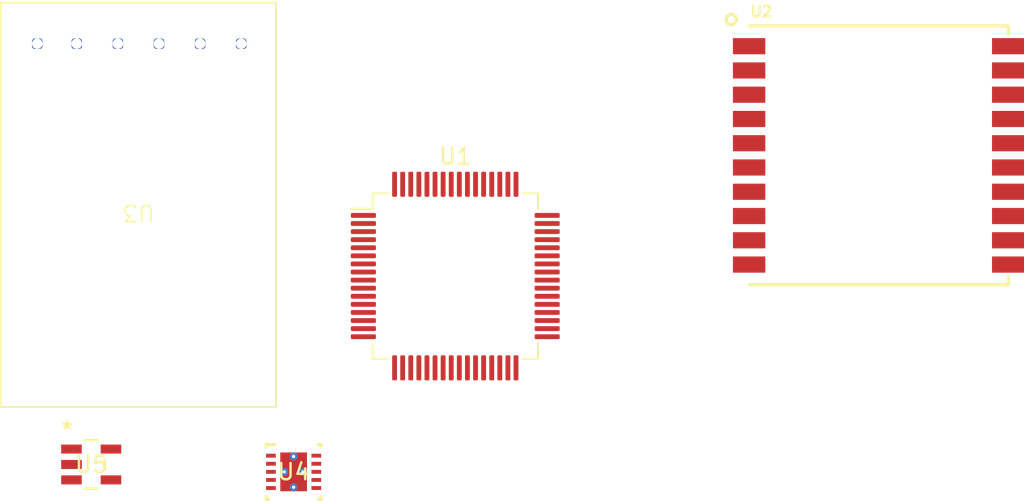
<source format=kicad_pcb>
(kicad_pcb (version 20221018) (generator pcbnew)
  (layers (0 "F.Cu" signal) (31 "B.Cu" signal) (34 "B.Paste" user) (35 "F.Paste" user) (36 "B.SilkS" user "B.Silkscreen") (37 "F.SilkS" user "F.Silkscreen") (38 "B.Mask" user) (39 "F.Mask" user) (44 "Edge.Cuts" user))
  (net 0 "")
  (net 1 "Net-(U1-VBAT)")
  (net 12 "Net-(U1-VSSA)")
  (net 13 "Net-(U1-VDDA)")
  (net 14 "Net-(U1-PA0)")
  (net 15 "Net-(U1-PA1)")
  (net 18 "PAD")
  (net 19 "Net-(U1-PA4)")
  (net 48 "Net-(U1-PC12)")
  (net 49 "Net-(U1-PD2)")
  (net 71 "Net-(U4-L2@2)")
  (net 72 "Net-(U4-L1@4)")
  (net 73 "Net-(J2-Pin_2)")
  (net 74 "Net-(D3-A)")
  (net 75 "Net-(U5-FB@4)")
  (net 76 "Net-(U5-EN@2)")
  (footprint "STM32 Chip:LQFP-64_10x10mm_P0.5mm" (layer "F.Cu") (at 113.55 79.335)
    (fp_text reference "U1" (at 0 -7.4) (layer "F.SilkS"))
    (fp_text value "STM32L476RGTx")
    (fp_line (start -5.11 -5.11) (end -5.11 -4.16) (stroke (width 0.12)) (layer "F.SilkS"))
    (fp_line (start -5.11 -4.16) (end -6.45 -4.16) (stroke (width 0.12)) (layer "F.SilkS"))
    (fp_line (start -5.11 5.11) (end -5.11 4.16) (stroke (width 0.12)) (layer "F.SilkS"))
    (fp_line (start -4.16 -5.11) (end -5.11 -5.11) (stroke (width 0.12)) (layer "F.SilkS"))
    (fp_line (start -4.16 5.11) (end -5.11 5.11) (stroke (width 0.12)) (layer "F.SilkS"))
    (fp_line (start 4.16 -5.11) (end 5.11 -5.11) (stroke (width 0.12)) (layer "F.SilkS"))
    (fp_line (start 4.16 5.11) (end 5.11 5.11) (stroke (width 0.12)) (layer "F.SilkS"))
    (fp_line (start 5.11 -5.11) (end 5.11 -4.16) (stroke (width 0.12)) (layer "F.SilkS"))
    (fp_line (start 5.11 5.11) (end 5.11 4.16) (stroke (width 0.12)) (layer "F.SilkS"))
    (pad "1" smd roundrect (at -5.675 -3.75) (size 1.55 0.3) (layers "F.Cu" "F.Paste" "F.Mask") (net 1 "Net-(U1-VBAT)"))
    (pad "2" smd roundrect (at -5.675 -3.25) (size 1.55 0.3) (layers "F.Cu" "F.Paste" "F.Mask"))
    (pad "3" smd roundrect (at -5.675 -2.75) (size 1.55 0.3) (layers "F.Cu" "F.Paste" "F.Mask"))
    (pad "4" smd roundrect (at -5.675 -2.25) (size 1.55 0.3) (layers "F.Cu" "F.Paste" "F.Mask"))
    (pad "5" smd roundrect (at -5.675 -1.75) (size 1.55 0.3) (layers "F.Cu" "F.Paste" "F.Mask"))
    (pad "6" smd roundrect (at -5.675 -1.25) (size 1.55 0.3) (layers "F.Cu" "F.Paste" "F.Mask"))
    (pad "7" smd roundrect (at -5.675 -0.75) (size 1.55 0.3) (layers "F.Cu" "F.Paste" "F.Mask"))
    (pad "8" smd roundrect (at -5.675 -0.25) (size 1.55 0.3) (layers "F.Cu" "F.Paste" "F.Mask"))
    (pad "9" smd roundrect (at -5.675 0.25) (size 1.55 0.3) (layers "F.Cu" "F.Paste" "F.Mask"))
    (pad "10" smd roundrect (at -5.675 0.75) (size 1.55 0.3) (layers "F.Cu" "F.Paste" "F.Mask"))
    (pad "11" smd roundrect (at -5.675 1.25) (size 1.55 0.3) (layers "F.Cu" "F.Paste" "F.Mask"))
    (pad "12" smd roundrect (at -5.675 1.75) (size 1.55 0.3) (layers "F.Cu" "F.Paste" "F.Mask") (net 12 "Net-(U1-VSSA)"))
    (pad "13" smd roundrect (at -5.675 2.25) (size 1.55 0.3) (layers "F.Cu" "F.Paste" "F.Mask") (net 13 "Net-(U1-VDDA)"))
    (pad "14" smd roundrect (at -5.675 2.75) (size 1.55 0.3) (layers "F.Cu" "F.Paste" "F.Mask") (net 14 "Net-(U1-PA0)"))
    (pad "15" smd roundrect (at -5.675 3.25) (size 1.55 0.3) (layers "F.Cu" "F.Paste" "F.Mask") (net 15 "Net-(U1-PA1)"))
    (pad "16" smd roundrect (at -5.675 3.75) (size 1.55 0.3) (layers "F.Cu" "F.Paste" "F.Mask"))
    (pad "17" smd roundrect (at -3.75 5.675) (size 0.3 1.55) (layers "F.Cu" "F.Paste" "F.Mask"))
    (pad "18" smd roundrect (at -3.25 5.675) (size 0.3 1.55) (layers "F.Cu" "F.Paste" "F.Mask") (net 18 "PAD"))
    (pad "19" smd roundrect (at -2.75 5.675) (size 0.3 1.55) (layers "F.Cu" "F.Paste" "F.Mask") (net 1 "Net-(U1-VBAT)"))
    (pad "20" smd roundrect (at -2.25 5.675) (size 0.3 1.55) (layers "F.Cu" "F.Paste" "F.Mask") (net 19 "Net-(U1-PA4)"))
    (pad "21" smd roundrect (at -1.75 5.675) (size 0.3 1.55) (layers "F.Cu" "F.Paste" "F.Mask"))
    (pad "22" smd roundrect (at -1.25 5.675) (size 0.3 1.55) (layers "F.Cu" "F.Paste" "F.Mask"))
    (pad "23" smd roundrect (at -0.75 5.675) (size 0.3 1.55) (layers "F.Cu" "F.Paste" "F.Mask"))
    (pad "24" smd roundrect (at -0.25 5.675) (size 0.3 1.55) (layers "F.Cu" "F.Paste" "F.Mask"))
    (pad "25" smd roundrect (at 0.25 5.675) (size 0.3 1.55) (layers "F.Cu" "F.Paste" "F.Mask"))
    (pad "26" smd roundrect (at 0.75 5.675) (size 0.3 1.55) (layers "F.Cu" "F.Paste" "F.Mask"))
    (pad "27" smd roundrect (at 1.25 5.675) (size 0.3 1.55) (layers "F.Cu" "F.Paste" "F.Mask"))
    (pad "28" smd roundrect (at 1.75 5.675) (size 0.3 1.55) (layers "F.Cu" "F.Paste" "F.Mask"))
    (pad "29" smd roundrect (at 2.25 5.675) (size 0.3 1.55) (layers "F.Cu" "F.Paste" "F.Mask"))
    (pad "30" smd roundrect (at 2.75 5.675) (size 0.3 1.55) (layers "F.Cu" "F.Paste" "F.Mask"))
    (pad "31" smd roundrect (at 3.25 5.675) (size 0.3 1.55) (layers "F.Cu" "F.Paste" "F.Mask") (net 18 "PAD"))
    (pad "32" smd roundrect (at 3.75 5.675) (size 0.3 1.55) (layers "F.Cu" "F.Paste" "F.Mask") (net 1 "Net-(U1-VBAT)"))
    (pad "33" smd roundrect (at 5.675 3.75) (size 1.55 0.3) (layers "F.Cu" "F.Paste" "F.Mask"))
    (pad "34" smd roundrect (at 5.675 3.25) (size 1.55 0.3) (layers "F.Cu" "F.Paste" "F.Mask"))
    (pad "35" smd roundrect (at 5.675 2.75) (size 1.55 0.3) (layers "F.Cu" "F.Paste" "F.Mask"))
    (pad "36" smd roundrect (at 5.675 2.25) (size 1.55 0.3) (layers "F.Cu" "F.Paste" "F.Mask"))
    (pad "37" smd roundrect (at 5.675 1.75) (size 1.55 0.3) (layers "F.Cu" "F.Paste" "F.Mask"))
    (pad "38" smd roundrect (at 5.675 1.25) (size 1.55 0.3) (layers "F.Cu" "F.Paste" "F.Mask"))
    (pad "39" smd roundrect (at 5.675 0.75) (size 1.55 0.3) (layers "F.Cu" "F.Paste" "F.Mask"))
    (pad "40" smd roundrect (at 5.675 0.25) (size 1.55 0.3) (layers "F.Cu" "F.Paste" "F.Mask"))
    (pad "41" smd roundrect (at 5.675 -0.25) (size 1.55 0.3) (layers "F.Cu" "F.Paste" "F.Mask"))
    (pad "42" smd roundrect (at 5.675 -0.75) (size 1.55 0.3) (layers "F.Cu" "F.Paste" "F.Mask"))
    (pad "43" smd roundrect (at 5.675 -1.25) (size 1.55 0.3) (layers "F.Cu" "F.Paste" "F.Mask"))
    (pad "44" smd roundrect (at 5.675 -1.75) (size 1.55 0.3) (layers "F.Cu" "F.Paste" "F.Mask"))
    (pad "45" smd roundrect (at 5.675 -2.25) (size 1.55 0.3) (layers "F.Cu" "F.Paste" "F.Mask"))
    (pad "46" smd roundrect (at 5.675 -2.75) (size 1.55 0.3) (layers "F.Cu" "F.Paste" "F.Mask"))
    (pad "47" smd roundrect (at 5.675 -3.25) (size 1.55 0.3) (layers "F.Cu" "F.Paste" "F.Mask") (net 18 "PAD"))
    (pad "48" smd roundrect (at 5.675 -3.75) (size 1.55 0.3) (layers "F.Cu" "F.Paste" "F.Mask") (net 1 "Net-(U1-VBAT)"))
    (pad "49" smd roundrect (at 3.75 -5.675) (size 0.3 1.55) (layers "F.Cu" "F.Paste" "F.Mask"))
    (pad "50" smd roundrect (at 3.25 -5.675) (size 0.3 1.55) (layers "F.Cu" "F.Paste" "F.Mask"))
    (pad "51" smd roundrect (at 2.75 -5.675) (size 0.3 1.55) (layers "F.Cu" "F.Paste" "F.Mask"))
    (pad "52" smd roundrect (at 2.25 -5.675) (size 0.3 1.55) (layers "F.Cu" "F.Paste" "F.Mask"))
    (pad "53" smd roundrect (at 1.75 -5.675) (size 0.3 1.55) (layers "F.Cu" "F.Paste" "F.Mask") (net 48 "Net-(U1-PC12)"))
    (pad "54" smd roundrect (at 1.25 -5.675) (size 0.3 1.55) (layers "F.Cu" "F.Paste" "F.Mask") (net 49 "Net-(U1-PD2)"))
    (pad "55" smd roundrect (at 0.75 -5.675) (size 0.3 1.55) (layers "F.Cu" "F.Paste" "F.Mask"))
    (pad "56" smd roundrect (at 0.25 -5.675) (size 0.3 1.55) (layers "F.Cu" "F.Paste" "F.Mask"))
    (pad "57" smd roundrect (at -0.25 -5.675) (size 0.3 1.55) (layers "F.Cu" "F.Paste" "F.Mask"))
    (pad "58" smd roundrect (at -0.75 -5.675) (size 0.3 1.55) (layers "F.Cu" "F.Paste" "F.Mask"))
    (pad "59" smd roundrect (at -1.25 -5.675) (size 0.3 1.55) (layers "F.Cu" "F.Paste" "F.Mask"))
    (pad "60" smd roundrect (at -1.75 -5.675) (size 0.3 1.55) (layers "F.Cu" "F.Paste" "F.Mask"))
    (pad "61" smd roundrect (at -2.25 -5.675) (size 0.3 1.55) (layers "F.Cu" "F.Paste" "F.Mask"))
    (pad "62" smd roundrect (at -2.75 -5.675) (size 0.3 1.55) (layers "F.Cu" "F.Paste" "F.Mask"))
    (pad "63" smd roundrect (at -3.25 -5.675) (size 0.3 1.55) (layers "F.Cu" "F.Paste" "F.Mask") (net 18 "PAD"))
    (pad "64" smd roundrect (at -3.75 -5.675) (size 0.3 1.55) (layers "F.Cu" "F.Paste" "F.Mask") (net 1 "Net-(U1-VBAT)"))
  )
  (footprint "Boost Converter Chip:MF05A" (layer "F.Cu") (at 91.0644 90.9838)
    (fp_text reference "U5" (at 0 0 unlocked) (layer "F.SilkS"))
    (fp_text value "LM2735X")
    (fp_text user "*" (at -1.4732 -2.1209 unlocked) (layer "F.SilkS"))
    (fp_text user "*" (at -1.4732 -2.1209) (layer "F.SilkS"))
    (fp_line (start -0.385235 1.4986) (end 0.385235 1.4986) (stroke (width 0.1524)) (layer "F.SilkS"))
    (fp_line (start 0.385235 -1.4986) (end -0.385235 -1.4986) (stroke (width 0.1524)) (layer "F.SilkS"))
    (fp_line (start 0.8382 0.34036) (end 0.8382 -0.34036) (stroke (width 0.1524)) (layer "F.SilkS"))
    (pad "1" smd rect (at -1.2192 -0.9525) (size 1.27 0.5588) (layers "F.Cu" "F.Paste" "F.Mask") (net 74 "Net-(D3-A)"))
    (pad "2" smd rect (at -1.2192 0) (size 1.27 0.5588) (layers "F.Cu" "F.Paste" "F.Mask") (net 18 "PAD"))
    (pad "3" smd rect (at -1.2192 0.9525) (size 1.27 0.5588) (layers "F.Cu" "F.Paste" "F.Mask") (net 75 "Net-(U5-FB@4)"))
    (pad "4" smd rect (at 1.2192 0.9525) (size 1.27 0.5588) (layers "F.Cu" "F.Paste" "F.Mask") (net 76 "Net-(U5-EN@2)"))
    (pad "5" smd rect (at 1.2192 -0.9525) (size 1.27 0.5588) (layers "F.Cu" "F.Paste" "F.Mask") (net 73 "Net-(J2-Pin_2)"))
  )
  (footprint "GPS Module:FGPMMOPA6H" (layer "F.Cu") (at 139.7 71.8728)
    (fp_text reference "U2" (at -8 -8.5) (layer "F.SilkS") (effects (font (size 0.666496 0.666496) (thickness 0.146304)) (justify left bottom)))
    (fp_text value "FGPMMOPA6H")
    (fp_line (start -8 -8) (end 8 -8) (stroke (width 0.2032)) (layer "F.SilkS"))
    (fp_line (start 8 -8) (end 8 -7.5) (stroke (width 0.2032)) (layer "F.SilkS"))
    (fp_line (start 8 7.5) (end 8 8) (stroke (width 0.2032)) (layer "F.SilkS"))
    (fp_line (start 8 8) (end -8 8) (stroke (width 0.2032)) (layer "F.SilkS"))
    (fp_circle (center -9.1 -8.4) (end -8.7838 -8.4) (stroke (width 0.2032)) (fill none) (layer "F.SilkS"))
    (pad "" np_thru_hole circle (at 0.2 -0.8) (size 3 3) (drill 3) (layers "*.Cu" "*.Mask"))
    (pad "P$1" smd rect (at -8 -6.75) (size 2 1) (layers "F.Cu" "F.Paste" "F.Mask") (net 1 "Net-(U1-VBAT)"))
    (pad "P$2" smd rect (at -8 -5.25) (size 2 1) (layers "F.Cu" "F.Paste" "F.Mask"))
    (pad "P$3" smd rect (at -8 -3.75) (size 2 1) (layers "F.Cu" "F.Paste" "F.Mask") (net 18 "PAD"))
    (pad "P$4" smd rect (at -8 -2.25) (size 2 1) (layers "F.Cu" "F.Paste" "F.Mask") (net 1 "Net-(U1-VBAT)"))
    (pad "P$5" smd rect (at -8 -0.75) (size 2 1) (layers "F.Cu" "F.Paste" "F.Mask"))
    (pad "P$6" smd rect (at -8 0.75) (size 2 1) (layers "F.Cu" "F.Paste" "F.Mask"))
    (pad "P$7" smd rect (at -8 2.25) (size 2 1) (layers "F.Cu" "F.Paste" "F.Mask"))
    (pad "P$8" smd rect (at -8 3.75) (size 2 1) (layers "F.Cu" "F.Paste" "F.Mask") (net 18 "PAD"))
    (pad "P$9" smd rect (at -8 5.25) (size 2 1) (layers "F.Cu" "F.Paste" "F.Mask") (net 15 "Net-(U1-PA1)"))
    (pad "P$10" smd rect (at -8 6.75) (size 2 1) (layers "F.Cu" "F.Paste" "F.Mask") (net 14 "Net-(U1-PA0)"))
    (pad "P$11" smd rect (at 8 6.75 180) (size 2 1) (layers "F.Cu" "F.Paste" "F.Mask"))
    (pad "P$12" smd rect (at 8 5.25 180) (size 2 1) (layers "F.Cu" "F.Paste" "F.Mask") (net 18 "PAD"))
    (pad "P$13" smd rect (at 8 3.75 180) (size 2 1) (layers "F.Cu" "F.Paste" "F.Mask"))
    (pad "P$14" smd rect (at 8 2.25 180) (size 2 1) (layers "F.Cu" "F.Paste" "F.Mask"))
    (pad "P$15" smd rect (at 8 0.75 180) (size 2 1) (layers "F.Cu" "F.Paste" "F.Mask"))
    (pad "P$16" smd rect (at 8 -0.75 180) (size 2 1) (layers "F.Cu" "F.Paste" "F.Mask"))
    (pad "P$17" smd rect (at 8 -2.25 180) (size 2 1) (layers "F.Cu" "F.Paste" "F.Mask"))
    (pad "P$18" smd rect (at 8 -3.75 180) (size 2 1) (layers "F.Cu" "F.Paste" "F.Mask"))
    (pad "P$19" smd rect (at 8 -5.25 180) (size 2 1) (layers "F.Cu" "F.Paste" "F.Mask") (net 18 "PAD"))
    (pad "P$20" smd rect (at 8 -6.75 180) (size 2 1) (layers "F.Cu" "F.Paste" "F.Mask"))
  )
  (footprint "LoRa Chip:LoRa Chip" (layer "F.Cu") (at 93.98 74.93 180)
    (fp_text reference "U3" (at 0 -0.5 180 unlocked) (layer "F.SilkS") (effects (font (thickness 0.1))))
    (fp_text value "~")
    (fp_rect (start -8.5 -12.5) (end 8.5 12.5) (stroke (width 0.1)) (fill none) (layer "F.SilkS"))
    (pad "1" thru_hole roundrect (at -6.35 9.96 180) (size 0.64 0.64) (drill 0.64) (layers "*.Cu" "*.Mask") (net 1 "Net-(U1-VBAT)"))
    (pad "2" thru_hole roundrect (at -3.81 9.96 180) (size 0.64 0.64) (drill 0.64) (layers "*.Cu" "*.Mask") (net 1 "Net-(U1-VBAT)"))
    (pad "3" thru_hole roundrect (at -1.27 9.96 180) (size 0.64 0.64) (drill 0.64) (layers "*.Cu" "*.Mask") (net 48 "Net-(U1-PC12)"))
    (pad "4" thru_hole roundrect (at 1.27 9.96 180) (size 0.64 0.64) (drill 0.64) (layers "*.Cu" "*.Mask") (net 49 "Net-(U1-PD2)"))
    (pad "5" thru_hole roundrect (at 3.81 9.96 180) (size 0.64 0.64) (drill 0.64) (layers "*.Cu" "*.Mask"))
    (pad "6" thru_hole roundrect (at 6.25 9.96 180) (size 0.64 0.64) (drill 0.64) (layers "*.Cu" "*.Mask") (net 18 "PAD"))
  )
  (footprint "Buck-Boost Converter Chip:DRC0010J" (layer "F.Cu") (at 103.565 91.44)
    (fp_text reference "U4" (at 0 0 unlocked) (layer "F.SilkS"))
    (fp_text value "TPS63001DRC")
    (fp_line (start -1.700002 1.700002) (end -1.700002 1.540002) (stroke (width 0.2)) (layer "F.SilkS"))
    (fp_line (start -1.700002 1.700002) (end -1.540002 1.700002) (stroke (width 0.2)) (layer "F.SilkS"))
    (fp_line (start -1.699999 -1.700002) (end -1.15 -1.700002) (stroke (width 0.2)) (layer "F.SilkS"))
    (fp_line (start -1.699999 -1.540002) (end -1.699999 -1.700002) (stroke (width 0.2)) (layer "F.SilkS"))
    (fp_line (start 1.540002 -1.700002) (end 1.700002 -1.700002) (stroke (width 0.2)) (layer "F.SilkS"))
    (fp_line (start 1.540002 1.700002) (end 1.700002 1.700002) (stroke (width 0.2)) (layer "F.SilkS"))
    (fp_line (start 1.700002 -1.540002) (end 1.700002 -1.700002) (stroke (width 0.2)) (layer "F.SilkS"))
    (fp_line (start 1.700002 1.700002) (end 1.700002 1.540002) (stroke (width 0.2)) (layer "F.SilkS"))
    (pad "1" smd rect (at -1.4 -1.000001 90) (size 0.24 0.599999) (layers "F.Cu" "F.Paste" "F.Mask") (net 1 "Net-(U1-VBAT)"))
    (pad "2" smd rect (at -1.4 -0.500002 90) (size 0.24 0.599999) (layers "F.Cu" "F.Paste" "F.Mask") (net 71 "Net-(U4-L2@2)"))
    (pad "3" smd rect (at -1.4 0 90) (size 0.24 0.599999) (layers "F.Cu" "F.Paste" "F.Mask") (net 18 "PAD"))
    (pad "4" smd rect (at -1.4 0.499999 90) (size 0.24 0.599999) (layers "F.Cu" "F.Paste" "F.Mask") (net 72 "Net-(U4-L1@4)"))
    (pad "5" smd rect (at -1.4 0.999998 90) (size 0.24 0.599999) (layers "F.Cu" "F.Paste" "F.Mask") (net 73 "Net-(J2-Pin_2)"))
    (pad "6" smd rect (at 1.4 0.999998 90) (size 0.24 0.599999) (layers "F.Cu" "F.Paste" "F.Mask") (net 73 "Net-(J2-Pin_2)"))
    (pad "7" smd rect (at 1.4 0.499999 90) (size 0.24 0.599999) (layers "F.Cu" "F.Paste" "F.Mask") (net 73 "Net-(J2-Pin_2)"))
    (pad "8" smd rect (at 1.4 0 90) (size 0.24 0.599999) (layers "F.Cu" "F.Paste" "F.Mask") (net 73 "Net-(J2-Pin_2)"))
    (pad "9" smd rect (at 1.4 -0.500002 90) (size 0.24 0.599999) (layers "F.Cu" "F.Paste" "F.Mask") (net 18 "PAD"))
    (pad "10" smd rect (at 1.4 -1.000001 90) (size 0.24 0.599999) (layers "F.Cu" "F.Paste" "F.Mask") (net 1 "Net-(U1-VBAT)"))
    (pad "11" smd rect (at 0.000003 0) (size 1.649999 2.4) (layers "F.Cu" "F.Mask") (net 18 "PAD"))
    (pad "V" thru_hole circle (at -0.575 0) (size 0.499999 0.499999) (drill 0.2032) (layers "*.Cu" "*.Mask"))
    (pad "V" thru_hole circle (at 0 -0.950001) (size 0.499999 0.499999) (drill 0.2032) (layers "*.Cu" "*.Mask"))
    (pad "V" thru_hole circle (at 0 0.950001) (size 0.499999 0.499999) (drill 0.2032) (layers "*.Cu" "*.Mask"))
    (pad "V" thru_hole circle (at 0.575 0) (size 0.499999 0.499999) (drill 0.2032) (layers "*.Cu" "*.Mask"))
  )
)
</source>
